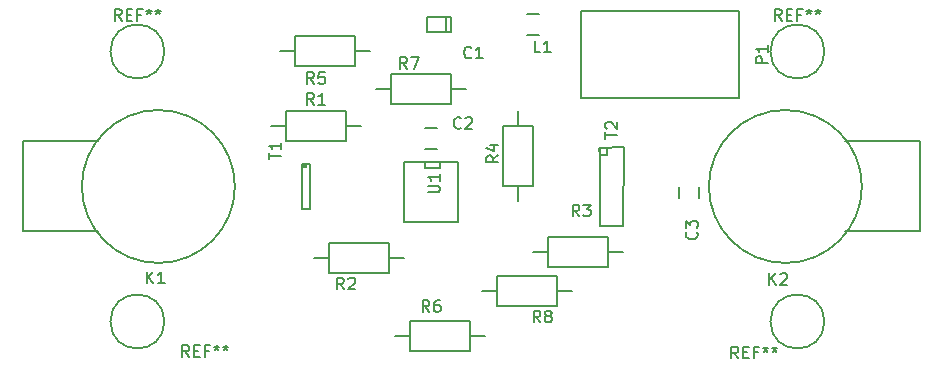
<source format=gbr>
G04 #@! TF.FileFunction,Legend,Top*
%FSLAX46Y46*%
G04 Gerber Fmt 4.6, Leading zero omitted, Abs format (unit mm)*
G04 Created by KiCad (PCBNEW 4.0.1-3.201512221401+6198~38~ubuntu15.10.1-stable) date Tue 19 Jan 2016 04:32:07 PM PST*
%MOMM*%
G01*
G04 APERTURE LIST*
%ADD10C,0.100000*%
%ADD11C,0.150000*%
G04 APERTURE END LIST*
D10*
D11*
X148082000Y-93853000D02*
X148082000Y-95123000D01*
X146431000Y-93853000D02*
X146431000Y-95123000D01*
X146431000Y-95123000D02*
X148463000Y-95123000D01*
X148463000Y-95123000D02*
X148463000Y-93853000D01*
X148463000Y-93853000D02*
X146431000Y-93853000D01*
X146312000Y-104990000D02*
X147312000Y-104990000D01*
X147312000Y-103290000D02*
X146312000Y-103290000D01*
X167806000Y-108212000D02*
X167806000Y-109212000D01*
X169506000Y-109212000D02*
X169506000Y-108212000D01*
X118618000Y-112014000D02*
X113538000Y-112014000D01*
X113538000Y-112014000D02*
X112268000Y-112014000D01*
X112268000Y-112014000D02*
X112268000Y-104394000D01*
X112268000Y-104394000D02*
X118618000Y-104394000D01*
X130173755Y-108204000D02*
G75*
G03X130173755Y-108204000I-6475755J0D01*
G01*
X181864000Y-104394000D02*
X186944000Y-104394000D01*
X186944000Y-104394000D02*
X188214000Y-104394000D01*
X188214000Y-104394000D02*
X188214000Y-112014000D01*
X188214000Y-112014000D02*
X181864000Y-112014000D01*
X183259755Y-108204000D02*
G75*
G03X183259755Y-108204000I-6475755J0D01*
G01*
X155948000Y-93638000D02*
X154948000Y-93638000D01*
X154948000Y-95338000D02*
X155948000Y-95338000D01*
X172830000Y-100728000D02*
X159480000Y-100728000D01*
X159480000Y-100728000D02*
X159480000Y-93328000D01*
X159480000Y-93328000D02*
X172830000Y-93328000D01*
X172830000Y-93328000D02*
X172830000Y-100728000D01*
X139573000Y-104394000D02*
X134493000Y-104394000D01*
X134493000Y-104394000D02*
X134493000Y-101854000D01*
X134493000Y-101854000D02*
X139573000Y-101854000D01*
X139573000Y-101854000D02*
X139573000Y-104394000D01*
X139573000Y-103124000D02*
X140843000Y-103124000D01*
X134493000Y-103124000D02*
X133223000Y-103124000D01*
X143256000Y-115570000D02*
X138176000Y-115570000D01*
X138176000Y-115570000D02*
X138176000Y-113030000D01*
X138176000Y-113030000D02*
X143256000Y-113030000D01*
X143256000Y-113030000D02*
X143256000Y-115570000D01*
X143256000Y-114300000D02*
X144526000Y-114300000D01*
X138176000Y-114300000D02*
X136906000Y-114300000D01*
X156718000Y-112522000D02*
X161798000Y-112522000D01*
X161798000Y-112522000D02*
X161798000Y-115062000D01*
X161798000Y-115062000D02*
X156718000Y-115062000D01*
X156718000Y-115062000D02*
X156718000Y-112522000D01*
X156718000Y-113792000D02*
X155448000Y-113792000D01*
X161798000Y-113792000D02*
X163068000Y-113792000D01*
X155448000Y-103124000D02*
X155448000Y-108204000D01*
X155448000Y-108204000D02*
X152908000Y-108204000D01*
X152908000Y-108204000D02*
X152908000Y-103124000D01*
X152908000Y-103124000D02*
X155448000Y-103124000D01*
X154178000Y-103124000D02*
X154178000Y-101854000D01*
X154178000Y-108204000D02*
X154178000Y-109474000D01*
X135255000Y-95504000D02*
X140335000Y-95504000D01*
X140335000Y-95504000D02*
X140335000Y-98044000D01*
X140335000Y-98044000D02*
X135255000Y-98044000D01*
X135255000Y-98044000D02*
X135255000Y-95504000D01*
X135255000Y-96774000D02*
X133985000Y-96774000D01*
X140335000Y-96774000D02*
X141605000Y-96774000D01*
X150114000Y-122174000D02*
X145034000Y-122174000D01*
X145034000Y-122174000D02*
X145034000Y-119634000D01*
X145034000Y-119634000D02*
X150114000Y-119634000D01*
X150114000Y-119634000D02*
X150114000Y-122174000D01*
X150114000Y-120904000D02*
X151384000Y-120904000D01*
X145034000Y-120904000D02*
X143764000Y-120904000D01*
X143383000Y-98679000D02*
X148463000Y-98679000D01*
X148463000Y-98679000D02*
X148463000Y-101219000D01*
X148463000Y-101219000D02*
X143383000Y-101219000D01*
X143383000Y-101219000D02*
X143383000Y-98679000D01*
X143383000Y-99949000D02*
X142113000Y-99949000D01*
X148463000Y-99949000D02*
X149733000Y-99949000D01*
X157480000Y-118364000D02*
X152400000Y-118364000D01*
X152400000Y-118364000D02*
X152400000Y-115824000D01*
X152400000Y-115824000D02*
X157480000Y-115824000D01*
X157480000Y-115824000D02*
X157480000Y-118364000D01*
X157480000Y-117094000D02*
X158750000Y-117094000D01*
X152400000Y-117094000D02*
X151130000Y-117094000D01*
X135920000Y-106484000D02*
X136220000Y-106484000D01*
X136220000Y-106484000D02*
X136220000Y-106584000D01*
X135970000Y-106584000D02*
X136220000Y-106584000D01*
X136220000Y-106584000D02*
X136220000Y-106384000D01*
X136220000Y-106384000D02*
X136020000Y-106434000D01*
X135890000Y-106299000D02*
X135890000Y-110109000D01*
X135890000Y-110109000D02*
X136525000Y-110109000D01*
X136525000Y-110109000D02*
X136525000Y-106299000D01*
X136525000Y-106299000D02*
X135890000Y-106299000D01*
X161072000Y-104994000D02*
X161112000Y-111544000D01*
X161112000Y-111544000D02*
X163052000Y-111544000D01*
X163052000Y-111544000D02*
X163092000Y-104874000D01*
X163092000Y-104874000D02*
X161032000Y-104914000D01*
X161032000Y-104914000D02*
X161072000Y-105564000D01*
X161072000Y-105564000D02*
X161642000Y-105524000D01*
X161642000Y-105524000D02*
X161682000Y-105024000D01*
X161682000Y-105024000D02*
X161682000Y-105104000D01*
X149098000Y-106172000D02*
X149098000Y-111252000D01*
X149098000Y-111252000D02*
X144526000Y-111252000D01*
X144526000Y-111252000D02*
X144526000Y-106172000D01*
X144526000Y-106172000D02*
X149098000Y-106172000D01*
X147574000Y-106172000D02*
X147574000Y-106680000D01*
X147574000Y-106680000D02*
X146304000Y-106680000D01*
X146304000Y-106680000D02*
X146304000Y-106172000D01*
X124206000Y-96774000D02*
G75*
G03X124206000Y-96774000I-2286000J0D01*
G01*
X124206000Y-119634000D02*
G75*
G03X124206000Y-119634000I-2286000J0D01*
G01*
X180086000Y-119634000D02*
G75*
G03X180086000Y-119634000I-2286000J0D01*
G01*
X180086000Y-96774000D02*
G75*
G03X180086000Y-96774000I-2286000J0D01*
G01*
X150201334Y-97258143D02*
X150153715Y-97305762D01*
X150010858Y-97353381D01*
X149915620Y-97353381D01*
X149772762Y-97305762D01*
X149677524Y-97210524D01*
X149629905Y-97115286D01*
X149582286Y-96924810D01*
X149582286Y-96781952D01*
X149629905Y-96591476D01*
X149677524Y-96496238D01*
X149772762Y-96401000D01*
X149915620Y-96353381D01*
X150010858Y-96353381D01*
X150153715Y-96401000D01*
X150201334Y-96448619D01*
X151153715Y-97353381D02*
X150582286Y-97353381D01*
X150868000Y-97353381D02*
X150868000Y-96353381D01*
X150772762Y-96496238D01*
X150677524Y-96591476D01*
X150582286Y-96639095D01*
X149312334Y-103227143D02*
X149264715Y-103274762D01*
X149121858Y-103322381D01*
X149026620Y-103322381D01*
X148883762Y-103274762D01*
X148788524Y-103179524D01*
X148740905Y-103084286D01*
X148693286Y-102893810D01*
X148693286Y-102750952D01*
X148740905Y-102560476D01*
X148788524Y-102465238D01*
X148883762Y-102370000D01*
X149026620Y-102322381D01*
X149121858Y-102322381D01*
X149264715Y-102370000D01*
X149312334Y-102417619D01*
X149693286Y-102417619D02*
X149740905Y-102370000D01*
X149836143Y-102322381D01*
X150074239Y-102322381D01*
X150169477Y-102370000D01*
X150217096Y-102417619D01*
X150264715Y-102512857D01*
X150264715Y-102608095D01*
X150217096Y-102750952D01*
X149645667Y-103322381D01*
X150264715Y-103322381D01*
X169267143Y-112053666D02*
X169314762Y-112101285D01*
X169362381Y-112244142D01*
X169362381Y-112339380D01*
X169314762Y-112482238D01*
X169219524Y-112577476D01*
X169124286Y-112625095D01*
X168933810Y-112672714D01*
X168790952Y-112672714D01*
X168600476Y-112625095D01*
X168505238Y-112577476D01*
X168410000Y-112482238D01*
X168362381Y-112339380D01*
X168362381Y-112244142D01*
X168410000Y-112101285D01*
X168457619Y-112053666D01*
X168362381Y-111720333D02*
X168362381Y-111101285D01*
X168743333Y-111434619D01*
X168743333Y-111291761D01*
X168790952Y-111196523D01*
X168838571Y-111148904D01*
X168933810Y-111101285D01*
X169171905Y-111101285D01*
X169267143Y-111148904D01*
X169314762Y-111196523D01*
X169362381Y-111291761D01*
X169362381Y-111577476D01*
X169314762Y-111672714D01*
X169267143Y-111720333D01*
X122705905Y-116403381D02*
X122705905Y-115403381D01*
X123277334Y-116403381D02*
X122848762Y-115831952D01*
X123277334Y-115403381D02*
X122705905Y-115974810D01*
X124229715Y-116403381D02*
X123658286Y-116403381D01*
X123944000Y-116403381D02*
X123944000Y-115403381D01*
X123848762Y-115546238D01*
X123753524Y-115641476D01*
X123658286Y-115689095D01*
X175410905Y-116530381D02*
X175410905Y-115530381D01*
X175982334Y-116530381D02*
X175553762Y-115958952D01*
X175982334Y-115530381D02*
X175410905Y-116101810D01*
X176363286Y-115625619D02*
X176410905Y-115578000D01*
X176506143Y-115530381D01*
X176744239Y-115530381D01*
X176839477Y-115578000D01*
X176887096Y-115625619D01*
X176934715Y-115720857D01*
X176934715Y-115816095D01*
X176887096Y-115958952D01*
X176315667Y-116530381D01*
X176934715Y-116530381D01*
X156043334Y-96845381D02*
X155567143Y-96845381D01*
X155567143Y-95845381D01*
X156900477Y-96845381D02*
X156329048Y-96845381D01*
X156614762Y-96845381D02*
X156614762Y-95845381D01*
X156519524Y-95988238D01*
X156424286Y-96083476D01*
X156329048Y-96131095D01*
X175282381Y-97766095D02*
X174282381Y-97766095D01*
X174282381Y-97385142D01*
X174330000Y-97289904D01*
X174377619Y-97242285D01*
X174472857Y-97194666D01*
X174615714Y-97194666D01*
X174710952Y-97242285D01*
X174758571Y-97289904D01*
X174806190Y-97385142D01*
X174806190Y-97766095D01*
X175282381Y-96242285D02*
X175282381Y-96813714D01*
X175282381Y-96528000D02*
X174282381Y-96528000D01*
X174425238Y-96623238D01*
X174520476Y-96718476D01*
X174568095Y-96813714D01*
X136866334Y-101290381D02*
X136533000Y-100814190D01*
X136294905Y-101290381D02*
X136294905Y-100290381D01*
X136675858Y-100290381D01*
X136771096Y-100338000D01*
X136818715Y-100385619D01*
X136866334Y-100480857D01*
X136866334Y-100623714D01*
X136818715Y-100718952D01*
X136771096Y-100766571D01*
X136675858Y-100814190D01*
X136294905Y-100814190D01*
X137818715Y-101290381D02*
X137247286Y-101290381D01*
X137533000Y-101290381D02*
X137533000Y-100290381D01*
X137437762Y-100433238D01*
X137342524Y-100528476D01*
X137247286Y-100576095D01*
X139406334Y-116911381D02*
X139073000Y-116435190D01*
X138834905Y-116911381D02*
X138834905Y-115911381D01*
X139215858Y-115911381D01*
X139311096Y-115959000D01*
X139358715Y-116006619D01*
X139406334Y-116101857D01*
X139406334Y-116244714D01*
X139358715Y-116339952D01*
X139311096Y-116387571D01*
X139215858Y-116435190D01*
X138834905Y-116435190D01*
X139787286Y-116006619D02*
X139834905Y-115959000D01*
X139930143Y-115911381D01*
X140168239Y-115911381D01*
X140263477Y-115959000D01*
X140311096Y-116006619D01*
X140358715Y-116101857D01*
X140358715Y-116197095D01*
X140311096Y-116339952D01*
X139739667Y-116911381D01*
X140358715Y-116911381D01*
X159340254Y-110744261D02*
X159006920Y-110268070D01*
X158768825Y-110744261D02*
X158768825Y-109744261D01*
X159149778Y-109744261D01*
X159245016Y-109791880D01*
X159292635Y-109839499D01*
X159340254Y-109934737D01*
X159340254Y-110077594D01*
X159292635Y-110172832D01*
X159245016Y-110220451D01*
X159149778Y-110268070D01*
X158768825Y-110268070D01*
X159673587Y-109744261D02*
X160292635Y-109744261D01*
X159959301Y-110125213D01*
X160102159Y-110125213D01*
X160197397Y-110172832D01*
X160245016Y-110220451D01*
X160292635Y-110315690D01*
X160292635Y-110553785D01*
X160245016Y-110649023D01*
X160197397Y-110696642D01*
X160102159Y-110744261D01*
X159816444Y-110744261D01*
X159721206Y-110696642D01*
X159673587Y-110649023D01*
X152471381Y-105576666D02*
X151995190Y-105910000D01*
X152471381Y-106148095D02*
X151471381Y-106148095D01*
X151471381Y-105767142D01*
X151519000Y-105671904D01*
X151566619Y-105624285D01*
X151661857Y-105576666D01*
X151804714Y-105576666D01*
X151899952Y-105624285D01*
X151947571Y-105671904D01*
X151995190Y-105767142D01*
X151995190Y-106148095D01*
X151804714Y-104719523D02*
X152471381Y-104719523D01*
X151423762Y-104957619D02*
X152138048Y-105195714D01*
X152138048Y-104576666D01*
X136866334Y-99512381D02*
X136533000Y-99036190D01*
X136294905Y-99512381D02*
X136294905Y-98512381D01*
X136675858Y-98512381D01*
X136771096Y-98560000D01*
X136818715Y-98607619D01*
X136866334Y-98702857D01*
X136866334Y-98845714D01*
X136818715Y-98940952D01*
X136771096Y-98988571D01*
X136675858Y-99036190D01*
X136294905Y-99036190D01*
X137771096Y-98512381D02*
X137294905Y-98512381D01*
X137247286Y-98988571D01*
X137294905Y-98940952D01*
X137390143Y-98893333D01*
X137628239Y-98893333D01*
X137723477Y-98940952D01*
X137771096Y-98988571D01*
X137818715Y-99083810D01*
X137818715Y-99321905D01*
X137771096Y-99417143D01*
X137723477Y-99464762D01*
X137628239Y-99512381D01*
X137390143Y-99512381D01*
X137294905Y-99464762D01*
X137247286Y-99417143D01*
X146645334Y-118816381D02*
X146312000Y-118340190D01*
X146073905Y-118816381D02*
X146073905Y-117816381D01*
X146454858Y-117816381D01*
X146550096Y-117864000D01*
X146597715Y-117911619D01*
X146645334Y-118006857D01*
X146645334Y-118149714D01*
X146597715Y-118244952D01*
X146550096Y-118292571D01*
X146454858Y-118340190D01*
X146073905Y-118340190D01*
X147502477Y-117816381D02*
X147312000Y-117816381D01*
X147216762Y-117864000D01*
X147169143Y-117911619D01*
X147073905Y-118054476D01*
X147026286Y-118244952D01*
X147026286Y-118625905D01*
X147073905Y-118721143D01*
X147121524Y-118768762D01*
X147216762Y-118816381D01*
X147407239Y-118816381D01*
X147502477Y-118768762D01*
X147550096Y-118721143D01*
X147597715Y-118625905D01*
X147597715Y-118387810D01*
X147550096Y-118292571D01*
X147502477Y-118244952D01*
X147407239Y-118197333D01*
X147216762Y-118197333D01*
X147121524Y-118244952D01*
X147073905Y-118292571D01*
X147026286Y-118387810D01*
X144740334Y-98242381D02*
X144407000Y-97766190D01*
X144168905Y-98242381D02*
X144168905Y-97242381D01*
X144549858Y-97242381D01*
X144645096Y-97290000D01*
X144692715Y-97337619D01*
X144740334Y-97432857D01*
X144740334Y-97575714D01*
X144692715Y-97670952D01*
X144645096Y-97718571D01*
X144549858Y-97766190D01*
X144168905Y-97766190D01*
X145073667Y-97242381D02*
X145740334Y-97242381D01*
X145311762Y-98242381D01*
X156043334Y-119705381D02*
X155710000Y-119229190D01*
X155471905Y-119705381D02*
X155471905Y-118705381D01*
X155852858Y-118705381D01*
X155948096Y-118753000D01*
X155995715Y-118800619D01*
X156043334Y-118895857D01*
X156043334Y-119038714D01*
X155995715Y-119133952D01*
X155948096Y-119181571D01*
X155852858Y-119229190D01*
X155471905Y-119229190D01*
X156614762Y-119133952D02*
X156519524Y-119086333D01*
X156471905Y-119038714D01*
X156424286Y-118943476D01*
X156424286Y-118895857D01*
X156471905Y-118800619D01*
X156519524Y-118753000D01*
X156614762Y-118705381D01*
X156805239Y-118705381D01*
X156900477Y-118753000D01*
X156948096Y-118800619D01*
X156995715Y-118895857D01*
X156995715Y-118943476D01*
X156948096Y-119038714D01*
X156900477Y-119086333D01*
X156805239Y-119133952D01*
X156614762Y-119133952D01*
X156519524Y-119181571D01*
X156471905Y-119229190D01*
X156424286Y-119324429D01*
X156424286Y-119514905D01*
X156471905Y-119610143D01*
X156519524Y-119657762D01*
X156614762Y-119705381D01*
X156805239Y-119705381D01*
X156900477Y-119657762D01*
X156948096Y-119610143D01*
X156995715Y-119514905D01*
X156995715Y-119324429D01*
X156948096Y-119229190D01*
X156900477Y-119181571D01*
X156805239Y-119133952D01*
X133056381Y-105917905D02*
X133056381Y-105346476D01*
X134056381Y-105632191D02*
X133056381Y-105632191D01*
X134056381Y-104489333D02*
X134056381Y-105060762D01*
X134056381Y-104775048D02*
X133056381Y-104775048D01*
X133199238Y-104870286D01*
X133294476Y-104965524D01*
X133342095Y-105060762D01*
X161554381Y-104155905D02*
X161554381Y-103584476D01*
X162554381Y-103870191D02*
X161554381Y-103870191D01*
X161649619Y-103298762D02*
X161602000Y-103251143D01*
X161554381Y-103155905D01*
X161554381Y-102917809D01*
X161602000Y-102822571D01*
X161649619Y-102774952D01*
X161744857Y-102727333D01*
X161840095Y-102727333D01*
X161982952Y-102774952D01*
X162554381Y-103346381D01*
X162554381Y-102727333D01*
X146518381Y-108711905D02*
X147327905Y-108711905D01*
X147423143Y-108664286D01*
X147470762Y-108616667D01*
X147518381Y-108521429D01*
X147518381Y-108330952D01*
X147470762Y-108235714D01*
X147423143Y-108188095D01*
X147327905Y-108140476D01*
X146518381Y-108140476D01*
X147518381Y-107140476D02*
X147518381Y-107711905D01*
X147518381Y-107426191D02*
X146518381Y-107426191D01*
X146661238Y-107521429D01*
X146756476Y-107616667D01*
X146804095Y-107711905D01*
X120586667Y-94178381D02*
X120253333Y-93702190D01*
X120015238Y-94178381D02*
X120015238Y-93178381D01*
X120396191Y-93178381D01*
X120491429Y-93226000D01*
X120539048Y-93273619D01*
X120586667Y-93368857D01*
X120586667Y-93511714D01*
X120539048Y-93606952D01*
X120491429Y-93654571D01*
X120396191Y-93702190D01*
X120015238Y-93702190D01*
X121015238Y-93654571D02*
X121348572Y-93654571D01*
X121491429Y-94178381D02*
X121015238Y-94178381D01*
X121015238Y-93178381D01*
X121491429Y-93178381D01*
X122253334Y-93654571D02*
X121920000Y-93654571D01*
X121920000Y-94178381D02*
X121920000Y-93178381D01*
X122396191Y-93178381D01*
X122920000Y-93178381D02*
X122920000Y-93416476D01*
X122681905Y-93321238D02*
X122920000Y-93416476D01*
X123158096Y-93321238D01*
X122777143Y-93606952D02*
X122920000Y-93416476D01*
X123062858Y-93606952D01*
X123681905Y-93178381D02*
X123681905Y-93416476D01*
X123443810Y-93321238D02*
X123681905Y-93416476D01*
X123920001Y-93321238D01*
X123539048Y-93606952D02*
X123681905Y-93416476D01*
X123824763Y-93606952D01*
X126301667Y-122626381D02*
X125968333Y-122150190D01*
X125730238Y-122626381D02*
X125730238Y-121626381D01*
X126111191Y-121626381D01*
X126206429Y-121674000D01*
X126254048Y-121721619D01*
X126301667Y-121816857D01*
X126301667Y-121959714D01*
X126254048Y-122054952D01*
X126206429Y-122102571D01*
X126111191Y-122150190D01*
X125730238Y-122150190D01*
X126730238Y-122102571D02*
X127063572Y-122102571D01*
X127206429Y-122626381D02*
X126730238Y-122626381D01*
X126730238Y-121626381D01*
X127206429Y-121626381D01*
X127968334Y-122102571D02*
X127635000Y-122102571D01*
X127635000Y-122626381D02*
X127635000Y-121626381D01*
X128111191Y-121626381D01*
X128635000Y-121626381D02*
X128635000Y-121864476D01*
X128396905Y-121769238D02*
X128635000Y-121864476D01*
X128873096Y-121769238D01*
X128492143Y-122054952D02*
X128635000Y-121864476D01*
X128777858Y-122054952D01*
X129396905Y-121626381D02*
X129396905Y-121864476D01*
X129158810Y-121769238D02*
X129396905Y-121864476D01*
X129635001Y-121769238D01*
X129254048Y-122054952D02*
X129396905Y-121864476D01*
X129539763Y-122054952D01*
X172783667Y-122753381D02*
X172450333Y-122277190D01*
X172212238Y-122753381D02*
X172212238Y-121753381D01*
X172593191Y-121753381D01*
X172688429Y-121801000D01*
X172736048Y-121848619D01*
X172783667Y-121943857D01*
X172783667Y-122086714D01*
X172736048Y-122181952D01*
X172688429Y-122229571D01*
X172593191Y-122277190D01*
X172212238Y-122277190D01*
X173212238Y-122229571D02*
X173545572Y-122229571D01*
X173688429Y-122753381D02*
X173212238Y-122753381D01*
X173212238Y-121753381D01*
X173688429Y-121753381D01*
X174450334Y-122229571D02*
X174117000Y-122229571D01*
X174117000Y-122753381D02*
X174117000Y-121753381D01*
X174593191Y-121753381D01*
X175117000Y-121753381D02*
X175117000Y-121991476D01*
X174878905Y-121896238D02*
X175117000Y-121991476D01*
X175355096Y-121896238D01*
X174974143Y-122181952D02*
X175117000Y-121991476D01*
X175259858Y-122181952D01*
X175878905Y-121753381D02*
X175878905Y-121991476D01*
X175640810Y-121896238D02*
X175878905Y-121991476D01*
X176117001Y-121896238D01*
X175736048Y-122181952D02*
X175878905Y-121991476D01*
X176021763Y-122181952D01*
X176466667Y-94178381D02*
X176133333Y-93702190D01*
X175895238Y-94178381D02*
X175895238Y-93178381D01*
X176276191Y-93178381D01*
X176371429Y-93226000D01*
X176419048Y-93273619D01*
X176466667Y-93368857D01*
X176466667Y-93511714D01*
X176419048Y-93606952D01*
X176371429Y-93654571D01*
X176276191Y-93702190D01*
X175895238Y-93702190D01*
X176895238Y-93654571D02*
X177228572Y-93654571D01*
X177371429Y-94178381D02*
X176895238Y-94178381D01*
X176895238Y-93178381D01*
X177371429Y-93178381D01*
X178133334Y-93654571D02*
X177800000Y-93654571D01*
X177800000Y-94178381D02*
X177800000Y-93178381D01*
X178276191Y-93178381D01*
X178800000Y-93178381D02*
X178800000Y-93416476D01*
X178561905Y-93321238D02*
X178800000Y-93416476D01*
X179038096Y-93321238D01*
X178657143Y-93606952D02*
X178800000Y-93416476D01*
X178942858Y-93606952D01*
X179561905Y-93178381D02*
X179561905Y-93416476D01*
X179323810Y-93321238D02*
X179561905Y-93416476D01*
X179800001Y-93321238D01*
X179419048Y-93606952D02*
X179561905Y-93416476D01*
X179704763Y-93606952D01*
M02*

</source>
